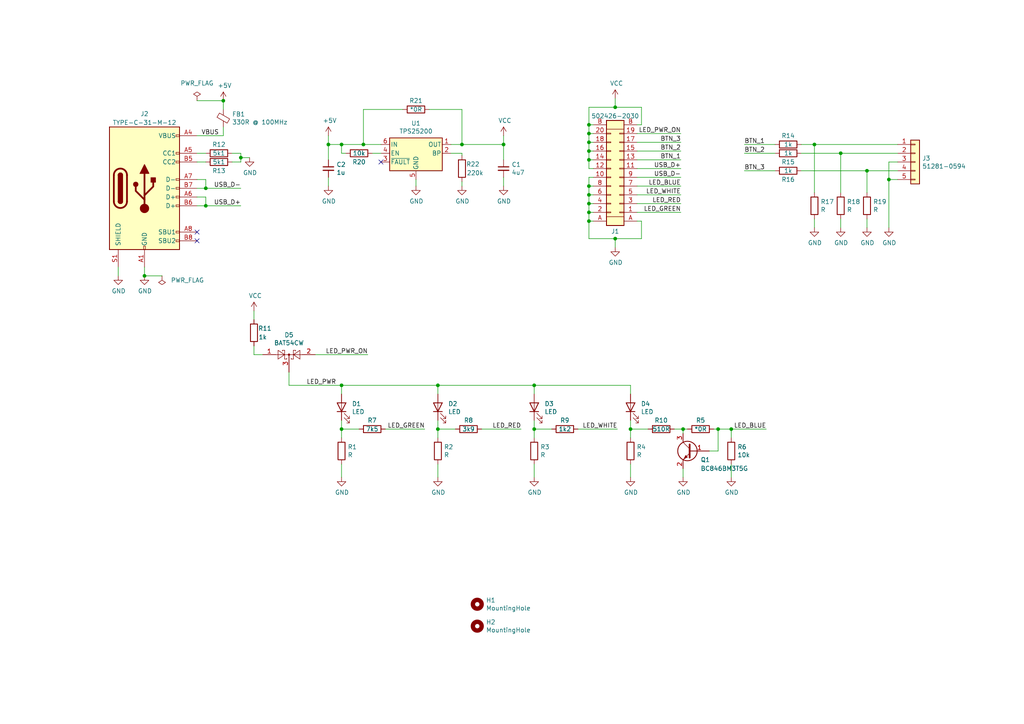
<source format=kicad_sch>
(kicad_sch (version 20210621) (generator eeschema)
  (paper "A4")
  (title_block (title "Bose UBS C connector board") (date "2020-11-08") (rev "Rev 1") (company "jtex.se/bose") (comment 3 "(C) 2020 James Turton") (comment 4 "License: CC-BY-SA 4.0"))
  (lib_symbols
    (symbol "502426-2030:Connector_Generic_Conn_02x10_Odd_Even" (pin_names (offset 1.016) hide)
      (property "Reference" "J1" (at -1.27 -15.6718 0))
      (property "Value" "502426-2030" (at -1.27 17.78 0))
      (symbol "Connector_Generic_Conn_02x10_Odd_Even_0_1"
        (rectangle (start -1.27 -16.51) (end 3.81 -13.97))
        (rectangle (start -1.27 11.43) (end 3.81 13.97))
      )
      (symbol "Connector_Generic_Conn_02x10_Odd_Even_1_1"
        (rectangle (start -1.27 -12.573) (end 0 -12.827) (stroke (width 0.1524)))
        (rectangle (start -1.27 -10.033) (end 0 -10.287) (stroke (width 0.1524)))
        (rectangle (start -1.27 -7.493) (end 0 -7.747) (stroke (width 0.1524)))
        (rectangle (start -1.27 -4.953) (end 0 -5.207) (stroke (width 0.1524)))
        (rectangle (start -1.27 -2.413) (end 0 -2.667) (stroke (width 0.1524)))
        (rectangle (start -1.27 0.127) (end 0 -0.127) (stroke (width 0.1524)))
        (rectangle (start -1.27 2.667) (end 0 2.413) (stroke (width 0.1524)))
        (rectangle (start -1.27 5.207) (end 0 4.953) (stroke (width 0.1524)))
        (rectangle (start -1.27 7.747) (end 0 7.493) (stroke (width 0.1524)))
        (rectangle (start -1.27 10.287) (end 0 10.033) (stroke (width 0.1524)))
        (rectangle (start 3.81 -12.573) (end 2.54 -12.827) (stroke (width 0.1524)))
        (rectangle (start 3.81 -10.033) (end 2.54 -10.287) (stroke (width 0.1524)))
        (rectangle (start 3.81 -7.493) (end 2.54 -7.747) (stroke (width 0.1524)))
        (rectangle (start 3.81 -4.953) (end 2.54 -5.207) (stroke (width 0.1524)))
        (rectangle (start 3.81 -2.413) (end 2.54 -2.667) (stroke (width 0.1524)))
        (rectangle (start 3.81 0.127) (end 2.54 -0.127) (stroke (width 0.1524)))
        (rectangle (start 3.81 2.667) (end 2.54 2.413) (stroke (width 0.1524)))
        (rectangle (start 3.81 5.207) (end 2.54 4.953) (stroke (width 0.1524)))
        (rectangle (start 3.81 7.747) (end 2.54 7.493) (stroke (width 0.1524)))
        (rectangle (start 3.81 10.287) (end 2.54 10.033) (stroke (width 0.1524)))
        (rectangle (start -1.27 13.97) (end 3.81 -16.51) (stroke (width 0.254)) (fill (type background)))
        (pin passive line (at -5.08 10.16 0) (length 3.81) (name "Pin_1") (number "1"))
        (pin passive line (at 7.62 0 180) (length 3.81) (name "Pin_10") (number "10"))
        (pin passive line (at -5.08 -2.54 0) (length 3.81) (name "Pin_11") (number "11"))
        (pin passive line (at 7.62 -2.54 180) (length 3.81) (name "Pin_12") (number "12"))
        (pin passive line (at -5.08 -5.08 0) (length 3.81) (name "Pin_13") (number "13"))
        (pin passive line (at 7.62 -5.08 180) (length 3.81) (name "Pin_14") (number "14"))
        (pin passive line (at -5.08 -7.62 0) (length 3.81) (name "Pin_15") (number "15"))
        (pin passive line (at 7.62 -7.62 180) (length 3.81) (name "Pin_16") (number "16"))
        (pin passive line (at -5.08 -10.16 0) (length 3.81) (name "Pin_17") (number "17"))
        (pin passive line (at 7.62 -10.16 180) (length 3.81) (name "Pin_18") (number "18"))
        (pin passive line (at -5.08 -12.7 0) (length 3.81) (name "Pin_19") (number "19"))
        (pin passive line (at 7.62 10.16 180) (length 3.81) (name "Pin_2") (number "2"))
        (pin passive line (at 7.62 -12.7 180) (length 3.81) (name "Pin_20") (number "20"))
        (pin passive line (at -5.08 7.62 0) (length 3.81) (name "Pin_3") (number "3"))
        (pin passive line (at 7.62 7.62 180) (length 3.81) (name "Pin_4") (number "4"))
        (pin passive line (at -5.08 5.08 0) (length 3.81) (name "Pin_5") (number "5"))
        (pin passive line (at 7.62 5.08 180) (length 3.81) (name "Pin_6") (number "6"))
        (pin passive line (at -5.08 2.54 0) (length 3.81) (name "Pin_7") (number "7"))
        (pin passive line (at 7.62 2.54 180) (length 3.81) (name "Pin_8") (number "8"))
        (pin passive line (at -5.08 0 0) (length 3.81) (name "Pin_9") (number "9"))
        (pin passive line (at -5.08 12.7 0) (length 3.81) (name "Pin_A") (number "A"))
        (pin passive line (at 7.62 12.7 180) (length 3.81) (name "Pin_A") (number "A"))
        (pin passive line (at -5.08 -15.24 0) (length 3.81) (name "Pin_B") (number "B"))
        (pin passive line (at 7.62 -15.24 180) (length 3.81) (name "Pin_B") (number "B"))
      )
    )
    (symbol "Connector:USB_C_Receptacle_USB2.0" (pin_names (offset 1.016))
      (property "Reference" "J" (at -10.16 19.05 0))
      (property "Value" "USB_C_Receptacle_USB2.0" (at 19.05 19.05 0))
      (symbol "USB_C_Receptacle_USB2.0_0_0"
        (rectangle (start -0.254 -17.78) (end 0.254 -16.764))
        (rectangle (start 10.16 -14.986) (end 9.144 -15.494))
        (rectangle (start 10.16 -12.446) (end 9.144 -12.954))
        (rectangle (start 10.16 -4.826) (end 9.144 -5.334))
        (rectangle (start 10.16 -2.286) (end 9.144 -2.794))
        (rectangle (start 10.16 0.254) (end 9.144 -0.254))
        (rectangle (start 10.16 2.794) (end 9.144 2.286))
        (rectangle (start 10.16 7.874) (end 9.144 7.366))
        (rectangle (start 10.16 10.414) (end 9.144 9.906))
        (rectangle (start 10.16 15.494) (end 9.144 14.986))
      )
      (symbol "USB_C_Receptacle_USB2.0_0_1"
        (arc (start -8.89 -3.81) (end -5.08 -3.81) (radius (at -6.985 -3.81) (length 1.905) (angles -179.9 -0.1)) (stroke (width 0.508)))
        (arc (start -7.62 -3.81) (end -6.35 -3.81) (radius (at -6.985 -3.81) (length 0.635) (angles -179.9 -0.1)) (stroke (width 0.254)))
        (arc (start -6.35 3.81) (end -7.62 3.81) (radius (at -6.985 3.81) (length 0.635) (angles 0.1 179.9)) (stroke (width 0.254)))
        (arc (start -5.08 3.81) (end -8.89 3.81) (radius (at -6.985 3.81) (length 1.905) (angles 0.1 179.9)) (stroke (width 0.508)))
        (arc (start -7.62 -3.81) (end -6.35 -3.81) (radius (at -6.985 -3.81) (length 0.635) (angles -179.9 -0.1)) (stroke (width 0.254)) (fill (type outline)))
        (arc (start -6.35 3.81) (end -7.62 3.81) (radius (at -6.985 3.81) (length 0.635) (angles 0.1 179.9)) (stroke (width 0.254)) (fill (type outline)))
        (circle (center -2.54 1.143) (radius 0.635) (stroke (width 0.254)) (fill (type outline)))
        (circle (center 0 -5.842) (radius 1.27) (fill (type outline)))
        (rectangle (start -7.62 -3.81) (end -6.35 3.81) (stroke (width 0.254)) (fill (type outline)))
        (rectangle (start 1.905 1.778) (end 3.175 3.048) (stroke (width 0.254)) (fill (type outline)))
        (rectangle (start -10.16 17.78) (end 10.16 -17.78) (stroke (width 0.254)) (fill (type background)))
        (polyline (pts (xy -8.89 -3.81) (xy -8.89 3.81)) (stroke (width 0.508)))
        (polyline (pts (xy -5.08 3.81) (xy -5.08 -3.81)) (stroke (width 0.508)))
        (polyline (pts (xy 0 -5.842) (xy 0 4.318)) (stroke (width 0.508)))
        (polyline (pts (xy 0 -3.302) (xy -2.54 -0.762) (xy -2.54 0.508)) (stroke (width 0.508)))
        (polyline (pts (xy 0 -2.032) (xy 2.54 0.508) (xy 2.54 1.778)) (stroke (width 0.508)))
        (polyline (pts (xy -1.27 4.318) (xy 0 6.858) (xy 1.27 4.318) (xy -1.27 4.318)) (stroke (width 0.254)) (fill (type outline)))
      )
      (symbol "USB_C_Receptacle_USB2.0_1_1"
        (pin passive line (at 0 -22.86 90) (length 5.08) (name "GND") (number "A1"))
        (pin passive line (at 0 -22.86 90) (length 5.08) hide (name "GND") (number "A12"))
        (pin passive line (at 15.24 15.24 180) (length 5.08) (name "VBUS") (number "A4"))
        (pin bidirectional line (at 15.24 10.16 180) (length 5.08) (name "CC1") (number "A5"))
        (pin bidirectional line (at 15.24 -2.54 180) (length 5.08) (name "D+") (number "A6"))
        (pin bidirectional line (at 15.24 2.54 180) (length 5.08) (name "D-") (number "A7"))
        (pin bidirectional line (at 15.24 -12.7 180) (length 5.08) (name "SBU1") (number "A8"))
        (pin passive line (at 15.24 15.24 180) (length 5.08) hide (name "VBUS") (number "A9"))
        (pin passive line (at 0 -22.86 90) (length 5.08) hide (name "GND") (number "B1"))
        (pin passive line (at 0 -22.86 90) (length 5.08) hide (name "GND") (number "B12"))
        (pin passive line (at 15.24 15.24 180) (length 5.08) hide (name "VBUS") (number "B4"))
        (pin bidirectional line (at 15.24 7.62 180) (length 5.08) (name "CC2") (number "B5"))
        (pin bidirectional line (at 15.24 -5.08 180) (length 5.08) (name "D+") (number "B6"))
        (pin bidirectional line (at 15.24 0 180) (length 5.08) (name "D-") (number "B7"))
        (pin bidirectional line (at 15.24 -15.24 180) (length 5.08) (name "SBU2") (number "B8"))
        (pin passive line (at 15.24 15.24 180) (length 5.08) hide (name "VBUS") (number "B9"))
        (pin passive line (at -7.62 -22.86 90) (length 5.08) (name "SHIELD") (number "S1"))
      )
    )
    (symbol "Connector_Generic:Conn_01x05" (pin_names (offset 1.016) hide)
      (property "Reference" "J" (at 0 7.62 0))
      (property "Value" "Conn_01x05" (at 0 -7.62 0))
      (symbol "Conn_01x05_1_1"
        (rectangle (start -1.27 -4.953) (end 0 -5.207) (stroke (width 0.1524)))
        (rectangle (start -1.27 -2.413) (end 0 -2.667) (stroke (width 0.1524)))
        (rectangle (start -1.27 0.127) (end 0 -0.127) (stroke (width 0.1524)))
        (rectangle (start -1.27 2.667) (end 0 2.413) (stroke (width 0.1524)))
        (rectangle (start -1.27 5.207) (end 0 4.953) (stroke (width 0.1524)))
        (rectangle (start -1.27 6.35) (end 1.27 -6.35) (stroke (width 0.254)) (fill (type background)))
        (pin passive line (at -5.08 5.08 0) (length 3.81) (name "Pin_1") (number "1"))
        (pin passive line (at -5.08 2.54 0) (length 3.81) (name "Pin_2") (number "2"))
        (pin passive line (at -5.08 0 0) (length 3.81) (name "Pin_3") (number "3"))
        (pin passive line (at -5.08 -2.54 0) (length 3.81) (name "Pin_4") (number "4"))
        (pin passive line (at -5.08 -5.08 0) (length 3.81) (name "Pin_5") (number "5"))
      )
    )
    (symbol "Device:C_Small" (pin_numbers hide) (pin_names (offset 0.254) hide)
      (property "Reference" "C" (at 0.254 1.778 0))
      (property "Value" "C_Small" (at 0.254 -2.032 0))
      (symbol "C_Small_0_1"
        (polyline (pts (xy -1.524 -0.508) (xy 1.524 -0.508)) (stroke (width 0.3302)))
        (polyline (pts (xy -1.524 0.508) (xy 1.524 0.508)) (stroke (width 0.3048)))
      )
      (symbol "C_Small_1_1"
        (pin passive line (at 0 2.54 270) (length 2.032) (name "~") (number "1"))
        (pin passive line (at 0 -2.54 90) (length 2.032) (name "~") (number "2"))
      )
    )
    (symbol "Device:FerriteBead_Small" (pin_numbers hide) (pin_names (offset 0))
      (property "Reference" "FB" (at 1.905 1.27 0))
      (property "Value" "FerriteBead_Small" (at 1.905 -1.27 0))
      (symbol "FerriteBead_Small_0_1"
        (polyline (pts (xy 0 -1.27) (xy 0 -0.7874)))
        (polyline (pts (xy 0 0.889) (xy 0 1.2954)))
        (polyline (pts (xy -1.8288 0.2794) (xy -1.1176 1.4986) (xy 1.8288 -0.2032) (xy 1.1176 -1.4224) (xy -1.8288 0.2794)))
      )
      (symbol "FerriteBead_Small_1_1"
        (pin passive line (at 0 2.54 270) (length 1.27) (name "~") (number "1"))
        (pin passive line (at 0 -2.54 90) (length 1.27) (name "~") (number "2"))
      )
    )
    (symbol "Device:LED" (pin_numbers hide) (pin_names (offset 1.016) hide)
      (property "Reference" "D" (at 0 2.54 0))
      (property "Value" "LED" (at 0 -2.54 0))
      (symbol "LED_0_1"
        (polyline (pts (xy -1.27 -1.27) (xy -1.27 1.27)) (stroke (width 0.254)))
        (polyline (pts (xy -1.27 0) (xy 1.27 0)))
        (polyline (pts (xy 1.27 -1.27) (xy 1.27 1.27) (xy -1.27 0) (xy 1.27 -1.27)) (stroke (width 0.254)))
        (polyline (pts (xy -3.048 -0.762) (xy -4.572 -2.286) (xy -3.81 -2.286) (xy -4.572 -2.286) (xy -4.572 -1.524)))
        (polyline (pts (xy -1.778 -0.762) (xy -3.302 -2.286) (xy -2.54 -2.286) (xy -3.302 -2.286) (xy -3.302 -1.524)))
      )
      (symbol "LED_1_1"
        (pin passive line (at -3.81 0 0) (length 2.54) (name "K") (number "1"))
        (pin passive line (at 3.81 0 180) (length 2.54) (name "A") (number "2"))
      )
    )
    (symbol "Device:Q_NPN_BEC" (pin_names (offset 0) hide)
      (property "Reference" "Q" (at 5.08 1.27 0))
      (property "Value" "Q_NPN_BEC" (at 5.08 -1.27 0))
      (symbol "Q_NPN_BEC_0_1"
        (circle (center 1.27 0) (radius 2.8194) (stroke (width 0.254)))
        (polyline (pts (xy 0.635 0.635) (xy 2.54 2.54)))
        (polyline (pts (xy 0.635 -0.635) (xy 2.54 -2.54) (xy 2.54 -2.54)))
        (polyline (pts (xy 0.635 1.905) (xy 0.635 -1.905) (xy 0.635 -1.905)) (stroke (width 0.508)))
        (polyline (pts (xy 1.27 -1.778) (xy 1.778 -1.27) (xy 2.286 -2.286) (xy 1.27 -1.778) (xy 1.27 -1.778)) (fill (type outline)))
      )
      (symbol "Q_NPN_BEC_1_1"
        (pin input line (at -5.08 0 0) (length 5.715) (name "B") (number "1"))
        (pin passive line (at 2.54 -5.08 90) (length 2.54) (name "E") (number "2"))
        (pin passive line (at 2.54 5.08 270) (length 2.54) (name "C") (number "3"))
      )
    )
    (symbol "Device:R" (pin_numbers hide) (pin_names (offset 0))
      (property "Reference" "R" (at 2.032 0 90))
      (property "Value" "R" (at 0 0 90))
      (symbol "R_0_1"
        (rectangle (start -1.016 -2.54) (end 1.016 2.54) (stroke (width 0.254)))
      )
      (symbol "R_1_1"
        (pin passive line (at 0 3.81 270) (length 1.27) (name "~") (number "1"))
        (pin passive line (at 0 -3.81 90) (length 1.27) (name "~") (number "2"))
      )
    )
    (symbol "Diode:BAT54CW" (pin_names (offset 1.016))
      (property "Reference" "D" (at 0.635 -3.81 0))
      (property "Value" "BAT54CW" (at -6.35 3.175 0))
      (symbol "BAT54CW_0_1"
        (circle (center 0 0) (radius 0.254) (fill (type outline)))
        (polyline (pts (xy -1.905 0) (xy 1.905 0)))
        (polyline (pts (xy -1.905 1.27) (xy -1.905 1.016)))
        (polyline (pts (xy -1.27 -1.27) (xy -0.635 -1.27)))
        (polyline (pts (xy -1.27 0) (xy -3.81 0)))
        (polyline (pts (xy -1.27 1.27) (xy -1.905 1.27)))
        (polyline (pts (xy -1.27 1.27) (xy -1.27 -1.27)))
        (polyline (pts (xy -0.635 -1.27) (xy -0.635 -1.016)))
        (polyline (pts (xy 0.635 -1.27) (xy 0.635 -1.016)))
        (polyline (pts (xy 1.27 -1.27) (xy 0.635 -1.27)))
        (polyline (pts (xy 1.27 1.27) (xy 1.27 -1.27)))
        (polyline (pts (xy 1.27 1.27) (xy 1.905 1.27)))
        (polyline (pts (xy 1.905 1.27) (xy 1.905 1.016)))
        (polyline (pts (xy 3.81 0) (xy 1.27 0)))
        (polyline (pts (xy -3.175 -1.27) (xy -3.175 1.27) (xy -1.27 0) (xy -3.175 -1.27)))
        (polyline (pts (xy 3.175 -1.27) (xy 3.175 1.27) (xy 1.27 0) (xy 3.175 -1.27)))
      )
      (symbol "BAT54CW_1_1"
        (pin passive line (at -7.62 0 0) (length 3.81) (name "~") (number "1"))
        (pin passive line (at 7.62 0 180) (length 3.81) (name "~") (number "2"))
        (pin passive line (at 0 -5.08 90) (length 5.08) (name "~") (number "3"))
      )
    )
    (symbol "Mechanical:MountingHole" (pin_names (offset 1.016))
      (property "Reference" "H" (at 0 5.08 0))
      (property "Value" "MountingHole" (at 0 3.175 0))
      (symbol "MountingHole_0_1"
        (circle (center 0 0) (radius 1.27) (stroke (width 1.27)))
      )
    )
    (symbol "TPS25200:Regulator_Linear_LDK130PU33R_DFN6" (pin_names (offset 0.254))
      (property "Reference" "U1" (at 0 8.6868 0))
      (property "Value" "TPS25200" (at 0 6.3754 0))
      (symbol "Regulator_Linear_LDK130PU33R_DFN6_0_1"
        (rectangle (start -7.62 4.445) (end 7.62 -5.08) (stroke (width 0.254)) (fill (type background)))
      )
      (symbol "Regulator_Linear_LDK130PU33R_DFN6_1_1"
        (pin power_out line (at 10.16 2.54 180) (length 2.54) (name "OUT") (number "1"))
        (pin passive line (at 10.16 0 180) (length 2.54) (name "BP") (number "2"))
        (pin output line (at -10.16 -2.54 0) (length 2.54) (name "~{FAULT}") (number "3"))
        (pin input line (at -10.16 0 0) (length 2.54) (name "EN") (number "4"))
        (pin power_in line (at 0 -7.62 90) (length 2.54) (name "GND") (number "5"))
        (pin power_in line (at -10.16 2.54 0) (length 2.54) (name "IN") (number "6"))
        (pin power_in line (at 0 -7.62 90) (length 2.54) hide (name "GND") (number "7"))
      )
    )
    (symbol "power:+5V" (power) (pin_names (offset 0))
      (property "Value" "+5V" (at 0 3.556 0))
      (symbol "+5V_0_1"
        (polyline (pts (xy -0.762 1.27) (xy 0 2.54)))
        (polyline (pts (xy 0 0) (xy 0 2.54)))
        (polyline (pts (xy 0 2.54) (xy 0.762 1.27)))
      )
      (symbol "+5V_1_1"
        (pin power_in line (at 0 0 90) (length 0) hide (name "+5V") (number "1"))
      )
    )
    (symbol "power:GND" (power) (pin_names (offset 0))
      (property "Value" "GND" (at 0 -3.81 0))
      (symbol "GND_0_1"
        (polyline (pts (xy 0 0) (xy 0 -1.27) (xy 1.27 -1.27) (xy 0 -2.54) (xy -1.27 -1.27) (xy 0 -1.27)))
      )
      (symbol "GND_1_1"
        (pin power_in line (at 0 0 270) (length 0) hide (name "GND") (number "1"))
      )
    )
    (symbol "power:PWR_FLAG" (power) (pin_numbers hide) (pin_names (offset 0) hide)
      (property "Value" "PWR_FLAG" (at 0 3.81 0))
      (symbol "PWR_FLAG_0_0"
        (pin power_out line (at 0 0 90) (length 0) (name "pwr") (number "1"))
      )
      (symbol "PWR_FLAG_0_1"
        (polyline (pts (xy 0 0) (xy 0 1.27) (xy -1.016 1.905) (xy 0 2.54) (xy 1.016 1.905) (xy 0 1.27)))
      )
    )
    (symbol "power:VCC" (power) (pin_names (offset 0))
      (property "Value" "VCC" (at 0 3.81 0))
      (symbol "VCC_0_1"
        (polyline (pts (xy -0.762 1.27) (xy 0 2.54)))
        (polyline (pts (xy 0 0) (xy 0 2.54)))
        (polyline (pts (xy 0 2.54) (xy 0.762 1.27)))
      )
      (symbol "VCC_1_1"
        (pin power_in line (at 0 0 90) (length 0) hide (name "VCC") (number "1"))
      )
    )
  )
  (junction (at 41.91 80.01))
  (junction (at 59.69 54.61))
  (junction (at 59.69 59.69))
  (junction (at 64.77 29.21))
  (junction (at 69.85 45.72))
  (junction (at 95.25 41.91))
  (junction (at 99.06 41.91))
  (junction (at 99.06 111.76))
  (junction (at 99.06 124.46))
  (junction (at 105.41 41.91))
  (junction (at 127 111.76))
  (junction (at 127 124.46))
  (junction (at 133.985 41.91))
  (junction (at 146.05 41.91))
  (junction (at 154.94 111.76))
  (junction (at 154.94 124.46))
  (junction (at 170.815 36.195))
  (junction (at 170.815 38.735))
  (junction (at 170.815 41.275))
  (junction (at 170.815 43.815))
  (junction (at 170.815 46.355))
  (junction (at 170.815 53.975))
  (junction (at 170.815 56.515))
  (junction (at 170.815 59.055))
  (junction (at 170.815 61.595))
  (junction (at 170.815 64.135))
  (junction (at 178.435 31.115))
  (junction (at 178.435 69.215))
  (junction (at 182.88 124.46))
  (junction (at 198.12 124.46))
  (junction (at 208.28 124.46))
  (junction (at 212.09 124.46))
  (junction (at 236.22 41.91))
  (junction (at 243.84 44.45))
  (junction (at 251.46 49.53))
  (junction (at 257.81 52.07))
  (no_connect (at 57.15 67.31))
  (no_connect (at 57.15 69.85))
  (no_connect (at 110.49 46.99))
  (wire (pts (xy 34.29 80.01) (xy 34.29 77.47)))
  (wire (pts (xy 41.91 80.01) (xy 41.91 77.47)))
  (wire (pts (xy 41.91 80.01) (xy 46.99 80.01)))
  (wire (pts (xy 57.15 29.21) (xy 64.77 29.21)))
  (wire (pts (xy 57.15 39.37) (xy 64.77 39.37)))
  (wire (pts (xy 57.15 44.45) (xy 59.69 44.45)))
  (wire (pts (xy 57.15 46.99) (xy 59.69 46.99)))
  (wire (pts (xy 57.15 52.07) (xy 59.69 52.07)))
  (wire (pts (xy 57.15 59.69) (xy 59.69 59.69)))
  (wire (pts (xy 59.69 52.07) (xy 59.69 54.61)))
  (wire (pts (xy 59.69 54.61) (xy 57.15 54.61)))
  (wire (pts (xy 59.69 54.61) (xy 69.85 54.61)))
  (wire (pts (xy 59.69 57.15) (xy 57.15 57.15)))
  (wire (pts (xy 59.69 59.69) (xy 59.69 57.15)))
  (wire (pts (xy 59.69 59.69) (xy 69.85 59.69)))
  (wire (pts (xy 64.77 31.75) (xy 64.77 29.21)))
  (wire (pts (xy 64.77 39.37) (xy 64.77 36.83)))
  (wire (pts (xy 67.31 44.45) (xy 69.85 44.45)))
  (wire (pts (xy 67.31 46.99) (xy 69.85 46.99)))
  (wire (pts (xy 69.85 44.45) (xy 69.85 45.72)))
  (wire (pts (xy 69.85 45.72) (xy 72.39 45.72)))
  (wire (pts (xy 69.85 46.99) (xy 69.85 45.72)))
  (wire (pts (xy 73.66 92.71) (xy 73.66 90.17)))
  (wire (pts (xy 73.66 100.33) (xy 73.66 102.87)))
  (wire (pts (xy 73.66 102.87) (xy 76.2 102.87)))
  (wire (pts (xy 83.82 107.95) (xy 83.82 111.76)))
  (wire (pts (xy 83.82 111.76) (xy 99.06 111.76)))
  (wire (pts (xy 91.44 102.87) (xy 106.68 102.87)))
  (wire (pts (xy 95.25 41.91) (xy 95.25 39.37)))
  (wire (pts (xy 95.25 41.91) (xy 95.25 46.355)))
  (wire (pts (xy 95.25 41.91) (xy 99.06 41.91)))
  (wire (pts (xy 95.25 53.975) (xy 95.25 51.435)))
  (wire (pts (xy 99.06 41.91) (xy 105.41 41.91)))
  (wire (pts (xy 99.06 44.45) (xy 99.06 41.91)))
  (wire (pts (xy 99.06 114.3) (xy 99.06 111.76)))
  (wire (pts (xy 99.06 121.92) (xy 99.06 124.46)))
  (wire (pts (xy 99.06 124.46) (xy 99.06 127)))
  (wire (pts (xy 99.06 138.43) (xy 99.06 134.62)))
  (wire (pts (xy 100.33 44.45) (xy 99.06 44.45)))
  (wire (pts (xy 104.14 124.46) (xy 99.06 124.46)))
  (wire (pts (xy 105.41 31.75) (xy 105.41 41.91)))
  (wire (pts (xy 105.41 41.91) (xy 110.49 41.91)))
  (wire (pts (xy 110.49 44.45) (xy 107.95 44.45)))
  (wire (pts (xy 111.76 124.46) (xy 123.19 124.46)))
  (wire (pts (xy 116.84 31.75) (xy 105.41 31.75)))
  (wire (pts (xy 120.65 53.975) (xy 120.65 52.07)))
  (wire (pts (xy 124.46 31.75) (xy 133.985 31.75)))
  (wire (pts (xy 127 111.76) (xy 99.06 111.76)))
  (wire (pts (xy 127 114.3) (xy 127 111.76)))
  (wire (pts (xy 127 121.92) (xy 127 124.46)))
  (wire (pts (xy 127 124.46) (xy 127 127)))
  (wire (pts (xy 127 138.43) (xy 127 134.62)))
  (wire (pts (xy 130.81 41.91) (xy 133.985 41.91)))
  (wire (pts (xy 130.81 44.45) (xy 133.985 44.45)))
  (wire (pts (xy 132.08 124.46) (xy 127 124.46)))
  (wire (pts (xy 133.985 31.75) (xy 133.985 41.91)))
  (wire (pts (xy 133.985 41.91) (xy 146.05 41.91)))
  (wire (pts (xy 133.985 45.085) (xy 133.985 44.45)))
  (wire (pts (xy 133.985 53.975) (xy 133.985 52.705)))
  (wire (pts (xy 139.7 124.46) (xy 151.13 124.46)))
  (wire (pts (xy 146.05 41.91) (xy 146.05 39.37)))
  (wire (pts (xy 146.05 41.91) (xy 146.05 46.355)))
  (wire (pts (xy 146.05 53.975) (xy 146.05 51.435)))
  (wire (pts (xy 154.94 111.76) (xy 127 111.76)))
  (wire (pts (xy 154.94 114.3) (xy 154.94 111.76)))
  (wire (pts (xy 154.94 121.92) (xy 154.94 124.46)))
  (wire (pts (xy 154.94 124.46) (xy 154.94 127)))
  (wire (pts (xy 154.94 138.43) (xy 154.94 134.62)))
  (wire (pts (xy 160.02 124.46) (xy 154.94 124.46)))
  (wire (pts (xy 167.64 124.46) (xy 179.07 124.46)))
  (wire (pts (xy 170.815 36.195) (xy 170.815 31.115)))
  (wire (pts (xy 170.815 36.195) (xy 170.815 38.735)))
  (wire (pts (xy 170.815 36.195) (xy 172.085 36.195)))
  (wire (pts (xy 170.815 38.735) (xy 170.815 41.275)))
  (wire (pts (xy 170.815 41.275) (xy 170.815 43.815)))
  (wire (pts (xy 170.815 43.815) (xy 170.815 46.355)))
  (wire (pts (xy 170.815 46.355) (xy 170.815 48.895)))
  (wire (pts (xy 170.815 48.895) (xy 172.085 48.895)))
  (wire (pts (xy 170.815 51.435) (xy 170.815 53.975)))
  (wire (pts (xy 170.815 53.975) (xy 170.815 56.515)))
  (wire (pts (xy 170.815 56.515) (xy 170.815 59.055)))
  (wire (pts (xy 170.815 59.055) (xy 170.815 61.595)))
  (wire (pts (xy 170.815 61.595) (xy 170.815 64.135)))
  (wire (pts (xy 170.815 64.135) (xy 172.085 64.135)))
  (wire (pts (xy 170.815 69.215) (xy 170.815 64.135)))
  (wire (pts (xy 172.085 38.735) (xy 170.815 38.735)))
  (wire (pts (xy 172.085 41.275) (xy 170.815 41.275)))
  (wire (pts (xy 172.085 43.815) (xy 170.815 43.815)))
  (wire (pts (xy 172.085 46.355) (xy 170.815 46.355)))
  (wire (pts (xy 172.085 51.435) (xy 170.815 51.435)))
  (wire (pts (xy 172.085 53.975) (xy 170.815 53.975)))
  (wire (pts (xy 172.085 56.515) (xy 170.815 56.515)))
  (wire (pts (xy 172.085 59.055) (xy 170.815 59.055)))
  (wire (pts (xy 172.085 61.595) (xy 170.815 61.595)))
  (wire (pts (xy 178.435 31.115) (xy 170.815 31.115)))
  (wire (pts (xy 178.435 31.115) (xy 178.435 28.575)))
  (wire (pts (xy 178.435 69.215) (xy 170.815 69.215)))
  (wire (pts (xy 178.435 69.215) (xy 178.435 71.755)))
  (wire (pts (xy 182.88 111.76) (xy 154.94 111.76)))
  (wire (pts (xy 182.88 114.3) (xy 182.88 111.76)))
  (wire (pts (xy 182.88 121.92) (xy 182.88 124.46)))
  (wire (pts (xy 182.88 124.46) (xy 182.88 127)))
  (wire (pts (xy 182.88 134.62) (xy 182.88 138.43)))
  (wire (pts (xy 184.785 36.195) (xy 186.055 36.195)))
  (wire (pts (xy 184.785 38.735) (xy 197.485 38.735)))
  (wire (pts (xy 184.785 41.275) (xy 197.485 41.275)))
  (wire (pts (xy 184.785 43.815) (xy 197.485 43.815)))
  (wire (pts (xy 184.785 46.355) (xy 197.485 46.355)))
  (wire (pts (xy 184.785 48.895) (xy 197.485 48.895)))
  (wire (pts (xy 184.785 51.435) (xy 197.485 51.435)))
  (wire (pts (xy 184.785 64.135) (xy 186.055 64.135)))
  (wire (pts (xy 186.055 31.115) (xy 178.435 31.115)))
  (wire (pts (xy 186.055 36.195) (xy 186.055 31.115)))
  (wire (pts (xy 186.055 69.215) (xy 178.435 69.215)))
  (wire (pts (xy 186.055 69.215) (xy 186.055 64.135)))
  (wire (pts (xy 187.96 124.46) (xy 182.88 124.46)))
  (wire (pts (xy 195.58 124.46) (xy 198.12 124.46)))
  (wire (pts (xy 197.485 53.975) (xy 184.785 53.975)))
  (wire (pts (xy 197.485 56.515) (xy 184.785 56.515)))
  (wire (pts (xy 197.485 59.055) (xy 184.785 59.055)))
  (wire (pts (xy 197.485 61.595) (xy 184.785 61.595)))
  (wire (pts (xy 198.12 124.46) (xy 198.12 125.73)))
  (wire (pts (xy 198.12 124.46) (xy 199.39 124.46)))
  (wire (pts (xy 198.12 135.89) (xy 198.12 138.43)))
  (wire (pts (xy 205.74 130.81) (xy 208.28 130.81)))
  (wire (pts (xy 208.28 124.46) (xy 207.01 124.46)))
  (wire (pts (xy 208.28 130.81) (xy 208.28 124.46)))
  (wire (pts (xy 212.09 124.46) (xy 208.28 124.46)))
  (wire (pts (xy 212.09 124.46) (xy 222.25 124.46)))
  (wire (pts (xy 212.09 127) (xy 212.09 124.46)))
  (wire (pts (xy 212.09 138.43) (xy 212.09 134.62)))
  (wire (pts (xy 224.79 41.91) (xy 215.9 41.91)))
  (wire (pts (xy 224.79 44.45) (xy 215.9 44.45)))
  (wire (pts (xy 224.79 49.53) (xy 215.9 49.53)))
  (wire (pts (xy 232.41 44.45) (xy 243.84 44.45)))
  (wire (pts (xy 232.41 49.53) (xy 251.46 49.53)))
  (wire (pts (xy 236.22 41.91) (xy 232.41 41.91)))
  (wire (pts (xy 236.22 41.91) (xy 260.35 41.91)))
  (wire (pts (xy 236.22 55.88) (xy 236.22 41.91)))
  (wire (pts (xy 236.22 66.04) (xy 236.22 63.5)))
  (wire (pts (xy 243.84 44.45) (xy 260.35 44.45)))
  (wire (pts (xy 243.84 55.88) (xy 243.84 44.45)))
  (wire (pts (xy 243.84 66.04) (xy 243.84 63.5)))
  (wire (pts (xy 251.46 49.53) (xy 260.35 49.53)))
  (wire (pts (xy 251.46 55.88) (xy 251.46 49.53)))
  (wire (pts (xy 251.46 66.04) (xy 251.46 63.5)))
  (wire (pts (xy 257.81 46.99) (xy 257.81 52.07)))
  (wire (pts (xy 257.81 52.07) (xy 260.35 52.07)))
  (wire (pts (xy 257.81 66.04) (xy 257.81 52.07)))
  (wire (pts (xy 260.35 46.99) (xy 257.81 46.99)))
  (label "VBUS" (at 63.5 39.37 180))
  (label "USB_D-" (at 69.85 54.61 180))
  (label "USB_D+" (at 69.85 59.69 180))
  (label "LED_PWR" (at 88.9 111.76 0))
  (label "LED_PWR_ON" (at 106.68 102.87 180))
  (label "LED_GREEN" (at 123.19 124.46 180))
  (label "LED_RED" (at 151.13 124.46 180))
  (label "LED_WHITE" (at 179.07 124.46 180))
  (label "LED_PWR_ON" (at 197.485 38.735 180))
  (label "BTN_3" (at 197.485 41.275 180))
  (label "BTN_2" (at 197.485 43.815 180))
  (label "BTN_1" (at 197.485 46.355 180))
  (label "USB_D+" (at 197.485 48.895 180))
  (label "USB_D-" (at 197.485 51.435 180))
  (label "LED_BLUE" (at 197.485 53.975 180))
  (label "LED_WHITE" (at 197.485 56.515 180))
  (label "LED_RED" (at 197.485 59.055 180))
  (label "LED_GREEN" (at 197.485 61.595 180))
  (label "BTN_1" (at 215.9 41.91 0))
  (label "BTN_2" (at 215.9 44.45 0))
  (label "BTN_3" (at 215.9 49.53 0))
  (label "LED_BLUE" (at 222.25 124.46 180))
  (symbol (lib_id "power:+5V") (at 64.77 29.21 0) (unit 1)
    (property "Reference" "#PWR011" (effects hide))
    (property "Value" "+5V" (at 65.151 24.8158 0))
  )
  (symbol (lib_id "power:VCC") (at 73.66 90.17 0) (unit 1)
    (property "Reference" "#PWR0101" (effects hide))
    (property "Value" "VCC" (at 74.041 85.7758 0))
  )
  (symbol (lib_id "power:+5V") (at 95.25 39.37 0) (unit 1)
    (property "Reference" "#PWR018" (effects hide))
    (property "Value" "+5V" (at 95.631 34.9758 0))
  )
  (symbol (lib_id "power:VCC") (at 146.05 39.37 0) (unit 1)
    (property "Reference" "#PWR022" (effects hide))
    (property "Value" "VCC" (at 146.431 34.9758 0))
  )
  (symbol (lib_id "power:VCC") (at 178.435 28.575 0) (unit 1)
    (property "Reference" "#PWR08" (effects hide))
    (property "Value" "VCC" (at 178.816 24.1808 0))
  )
  (symbol (lib_id "power:PWR_FLAG") (at 46.99 80.01 180) (unit 1)
    (property "Reference" "#FLG0102" (effects hide))
    (property "Value" "PWR_FLAG" (at 49.53 81.2799 0) (effects (justify right)))
  )
  (symbol (lib_id "power:PWR_FLAG") (at 57.15 29.21 0) (unit 1)
    (property "Reference" "#FLG0101" (effects hide))
    (property "Value" "PWR_FLAG" (at 57.15 24.13 0))
  )
  (symbol (lib_id "power:GND") (at 34.29 80.01 0) (unit 1)
    (property "Reference" "#PWR01" (effects hide))
    (property "Value" "GND" (at 34.417 84.4042 0))
  )
  (symbol (lib_id "power:GND") (at 41.91 80.01 0) (unit 1)
    (property "Reference" "#PWR02" (effects hide))
    (property "Value" "GND" (at 42.037 84.4042 0))
  )
  (symbol (lib_id "power:GND") (at 72.39 45.72 0) (unit 1)
    (property "Reference" "#PWR012" (effects hide))
    (property "Value" "GND" (at 72.517 50.1142 0))
  )
  (symbol (lib_id "power:GND") (at 95.25 53.975 0) (unit 1)
    (property "Reference" "#PWR019" (effects hide))
    (property "Value" "GND" (at 95.377 58.3692 0))
  )
  (symbol (lib_id "power:GND") (at 99.06 138.43 0) (unit 1)
    (property "Reference" "#PWR03" (effects hide))
    (property "Value" "GND" (at 99.187 142.8242 0))
  )
  (symbol (lib_id "power:GND") (at 120.65 53.975 0) (unit 1)
    (property "Reference" "#PWR020" (effects hide))
    (property "Value" "GND" (at 120.777 58.3692 0))
  )
  (symbol (lib_id "power:GND") (at 127 138.43 0) (unit 1)
    (property "Reference" "#PWR04" (effects hide))
    (property "Value" "GND" (at 127.127 142.8242 0))
  )
  (symbol (lib_id "power:GND") (at 133.985 53.975 0) (unit 1)
    (property "Reference" "#PWR021" (effects hide))
    (property "Value" "GND" (at 134.112 58.3692 0))
  )
  (symbol (lib_id "power:GND") (at 146.05 53.975 0) (unit 1)
    (property "Reference" "#PWR013" (effects hide))
    (property "Value" "GND" (at 146.177 58.3692 0))
  )
  (symbol (lib_id "power:GND") (at 154.94 138.43 0) (unit 1)
    (property "Reference" "#PWR05" (effects hide))
    (property "Value" "GND" (at 155.067 142.8242 0))
  )
  (symbol (lib_id "power:GND") (at 178.435 71.755 0) (unit 1)
    (property "Reference" "#PWR07" (effects hide))
    (property "Value" "GND" (at 178.562 76.1492 0))
  )
  (symbol (lib_id "power:GND") (at 182.88 138.43 0) (unit 1)
    (property "Reference" "#PWR06" (effects hide))
    (property "Value" "GND" (at 183.007 142.8242 0))
  )
  (symbol (lib_id "power:GND") (at 198.12 138.43 0) (unit 1)
    (property "Reference" "#PWR09" (effects hide))
    (property "Value" "GND" (at 198.247 142.8242 0))
  )
  (symbol (lib_id "power:GND") (at 212.09 138.43 0) (unit 1)
    (property "Reference" "#PWR010" (effects hide))
    (property "Value" "GND" (at 212.217 142.8242 0))
  )
  (symbol (lib_id "power:GND") (at 236.22 66.04 0) (unit 1)
    (property "Reference" "#PWR014" (effects hide))
    (property "Value" "GND" (at 236.347 70.4342 0))
  )
  (symbol (lib_id "power:GND") (at 243.84 66.04 0) (unit 1)
    (property "Reference" "#PWR015" (effects hide))
    (property "Value" "GND" (at 243.967 70.4342 0))
  )
  (symbol (lib_id "power:GND") (at 251.46 66.04 0) (unit 1)
    (property "Reference" "#PWR016" (effects hide))
    (property "Value" "GND" (at 251.587 70.4342 0))
  )
  (symbol (lib_id "power:GND") (at 257.81 66.04 0) (unit 1)
    (property "Reference" "#PWR017" (effects hide))
    (property "Value" "GND" (at 257.937 70.4342 0))
  )
  (symbol (lib_id "Mechanical:MountingHole") (at 138.43 175.26 0) (unit 1)
    (property "Reference" "H1" (at 140.97 174.0916 0) (effects (justify left)))
    (property "Value" "MountingHole" (at 140.97 176.403 0) (effects (justify left)))
    (property "Footprint" "MountingHole:MountingHole_2.1mm" (effects hide))
  )
  (symbol (lib_id "Mechanical:MountingHole") (at 138.43 181.61 0) (unit 1)
    (property "Reference" "H2" (at 140.97 180.4416 0) (effects (justify left)))
    (property "Value" "MountingHole" (at 140.97 182.753 0) (effects (justify left)))
    (property "Footprint" "MountingHole:MountingHole_2.1mm" (effects hide))
  )
  (symbol (lib_id "Device:C_Small") (at 95.25 48.895 0) (unit 1)
    (property "Reference" "C2" (at 97.5868 47.7266 0) (effects (justify left)))
    (property "Value" "1u" (at 97.5868 50.038 0) (effects (justify left)))
    (property "Footprint" "Capacitor_SMD:C_0402_1005Metric" (effects hide))
  )
  (symbol (lib_id "Device:C_Small") (at 146.05 48.895 0) (unit 1)
    (property "Reference" "C1" (at 148.3868 47.7266 0) (effects (justify left)))
    (property "Value" "4u7" (at 148.3868 50.038 0) (effects (justify left)))
    (property "Footprint" "Capacitor_SMD:C_0402_1005Metric" (effects hide))
  )
  (symbol (lib_id "Device:R") (at 63.5 44.45 270) (unit 1)
    (property "Reference" "R12" (at 63.5 41.91 90))
    (property "Value" "5k1" (at 63.5 44.45 90))
    (property "Footprint" "Resistor_SMD:R_0402_1005Metric" (effects hide))
  )
  (symbol (lib_id "Device:R") (at 63.5 46.99 270) (unit 1)
    (property "Reference" "R13" (at 63.5 49.53 90))
    (property "Value" "5k1" (at 63.5 46.99 90))
    (property "Footprint" "Resistor_SMD:R_0402_1005Metric" (effects hide))
  )
  (symbol (lib_id "Device:R") (at 73.66 96.52 0) (unit 1)
    (property "Reference" "R11" (at 76.835 95.25 0))
    (property "Value" "1k" (at 76.2 97.79 0))
    (property "Footprint" "Resistor_SMD:R_0402_1005Metric" (effects hide))
  )
  (symbol (lib_id "Device:R") (at 99.06 130.81 0) (unit 1)
    (property "Reference" "R1" (at 100.838 129.6416 0) (effects (justify left)))
    (property "Value" "R" (at 100.838 131.953 0) (effects (justify left)))
    (property "Footprint" "Resistor_SMD:R_0402_1005Metric" (effects hide))
  )
  (symbol (lib_id "Device:R") (at 104.14 44.45 270) (unit 1)
    (property "Reference" "R20" (at 104.14 46.99 90))
    (property "Value" "10k" (at 104.14 44.45 90))
    (property "Footprint" "Resistor_SMD:R_0402_1005Metric" (effects hide))
  )
  (symbol (lib_id "Device:R") (at 107.95 124.46 90) (unit 1)
    (property "Reference" "R7" (at 107.95 121.92 90))
    (property "Value" "7k5" (at 107.95 124.46 90))
    (property "Footprint" "Resistor_SMD:R_0402_1005Metric" (effects hide))
  )
  (symbol (lib_id "Device:R") (at 120.65 31.75 270) (unit 1)
    (property "Reference" "R21" (at 120.65 29.21 90))
    (property "Value" "*0R" (at 120.65 31.75 90))
    (property "Footprint" "Resistor_SMD:R_0402_1005Metric" (effects hide))
  )
  (symbol (lib_id "Device:R") (at 127 130.81 0) (unit 1)
    (property "Reference" "R2" (at 128.778 129.6416 0) (effects (justify left)))
    (property "Value" "R" (at 128.778 131.953 0) (effects (justify left)))
    (property "Footprint" "Resistor_SMD:R_0402_1005Metric" (effects hide))
  )
  (symbol (lib_id "Device:R") (at 133.985 48.895 0) (unit 1)
    (property "Reference" "R22" (at 137.16 47.625 0))
    (property "Value" "220k" (at 137.795 50.165 0))
    (property "Footprint" "Resistor_SMD:R_0402_1005Metric" (effects hide))
  )
  (symbol (lib_id "Device:R") (at 135.89 124.46 90) (unit 1)
    (property "Reference" "R8" (at 135.89 121.92 90))
    (property "Value" "3k9" (at 135.89 124.46 90))
    (property "Footprint" "Resistor_SMD:R_0402_1005Metric" (effects hide))
  )
  (symbol (lib_id "Device:R") (at 154.94 130.81 0) (unit 1)
    (property "Reference" "R3" (at 156.718 129.6416 0) (effects (justify left)))
    (property "Value" "R" (at 156.718 131.953 0) (effects (justify left)))
    (property "Footprint" "Resistor_SMD:R_0402_1005Metric" (effects hide))
  )
  (symbol (lib_id "Device:R") (at 163.83 124.46 90) (unit 1)
    (property "Reference" "R9" (at 163.83 121.92 90))
    (property "Value" "1k2" (at 163.83 124.46 90))
    (property "Footprint" "Resistor_SMD:R_0402_1005Metric" (effects hide))
  )
  (symbol (lib_id "Device:R") (at 182.88 130.81 0) (unit 1)
    (property "Reference" "R4" (at 184.658 129.6416 0) (effects (justify left)))
    (property "Value" "R" (at 184.658 131.953 0) (effects (justify left)))
    (property "Footprint" "Resistor_SMD:R_0402_1005Metric" (effects hide))
  )
  (symbol (lib_id "Device:R") (at 191.77 124.46 90) (unit 1)
    (property "Reference" "R10" (at 191.77 121.92 90))
    (property "Value" "510R" (at 191.77 124.46 90))
    (property "Footprint" "Resistor_SMD:R_0402_1005Metric" (effects hide))
  )
  (symbol (lib_id "Device:R") (at 203.2 124.46 90) (unit 1)
    (property "Reference" "R5" (at 203.2 121.92 90))
    (property "Value" "*0R" (at 203.2 124.46 90))
    (property "Footprint" "Resistor_SMD:R_0402_1005Metric" (effects hide))
  )
  (symbol (lib_id "Device:R") (at 212.09 130.81 0) (unit 1)
    (property "Reference" "R6" (at 213.868 129.6416 0) (effects (justify left)))
    (property "Value" "10k" (at 213.868 131.953 0) (effects (justify left)))
    (property "Footprint" "Resistor_SMD:R_0402_1005Metric" (effects hide))
  )
  (symbol (lib_id "Device:R") (at 228.6 41.91 270) (unit 1)
    (property "Reference" "R14" (at 228.6 39.37 90))
    (property "Value" "1k" (at 228.6 41.91 90))
    (property "Footprint" "Resistor_SMD:R_0402_1005Metric" (effects hide))
  )
  (symbol (lib_id "Device:R") (at 228.6 44.45 270) (unit 1)
    (property "Reference" "R15" (at 228.6 46.99 90))
    (property "Value" "1k" (at 228.6 44.45 90))
    (property "Footprint" "Resistor_SMD:R_0402_1005Metric" (effects hide))
  )
  (symbol (lib_id "Device:R") (at 228.6 49.53 270) (unit 1)
    (property "Reference" "R16" (at 228.6 52.07 90))
    (property "Value" "1k" (at 228.6 49.53 90))
    (property "Footprint" "Resistor_SMD:R_0402_1005Metric" (effects hide))
  )
  (symbol (lib_id "Device:R") (at 236.22 59.69 0) (unit 1)
    (property "Reference" "R17" (at 237.998 58.5216 0) (effects (justify left)))
    (property "Value" "R" (at 237.998 60.833 0) (effects (justify left)))
    (property "Footprint" "Resistor_SMD:R_0402_1005Metric" (effects hide))
  )
  (symbol (lib_id "Device:R") (at 243.84 59.69 0) (unit 1)
    (property "Reference" "R18" (at 245.618 58.5216 0) (effects (justify left)))
    (property "Value" "R" (at 245.618 60.833 0) (effects (justify left)))
    (property "Footprint" "Resistor_SMD:R_0402_1005Metric" (effects hide))
  )
  (symbol (lib_id "Device:R") (at 251.46 59.69 0) (unit 1)
    (property "Reference" "R19" (at 253.238 58.5216 0) (effects (justify left)))
    (property "Value" "R" (at 253.238 60.833 0) (effects (justify left)))
    (property "Footprint" "Resistor_SMD:R_0402_1005Metric" (effects hide))
  )
  (symbol (lib_id "Device:FerriteBead_Small") (at 64.77 34.29 0) (unit 1)
    (property "Reference" "FB1" (at 67.31 33.1216 0) (effects (justify left)))
    (property "Value" "330R @ 100MHz" (at 67.31 35.433 0) (effects (justify left)))
    (property "Footprint" "Fuse:Fuse_0402_1005Metric" (effects hide))
  )
  (symbol (lib_id "Device:LED") (at 99.06 118.11 90) (unit 1)
    (property "Reference" "D1" (at 102.0572 117.1194 90) (effects (justify right)))
    (property "Value" "LED" (at 102.0572 119.4308 90) (effects (justify right)))
    (property "Footprint" "LED_SMD:LED_0603_1608Metric" (effects hide))
  )
  (symbol (lib_id "Device:LED") (at 127 118.11 90) (unit 1)
    (property "Reference" "D2" (at 129.9972 117.1194 90) (effects (justify right)))
    (property "Value" "LED" (at 129.9972 119.4308 90) (effects (justify right)))
    (property "Footprint" "LED_SMD:LED_0603_1608Metric" (effects hide))
  )
  (symbol (lib_id "Device:LED") (at 154.94 118.11 90) (unit 1)
    (property "Reference" "D3" (at 157.9372 117.1194 90) (effects (justify right)))
    (property "Value" "LED" (at 157.9372 119.4308 90) (effects (justify right)))
    (property "Footprint" "LED_SMD:LED_0603_1608Metric" (effects hide))
  )
  (symbol (lib_id "Device:LED") (at 182.88 118.11 90) (unit 1)
    (property "Reference" "D4" (at 185.8772 117.1194 90) (effects (justify right)))
    (property "Value" "LED" (at 185.8772 119.4308 90) (effects (justify right)))
    (property "Footprint" "LED_SMD:LED_0603_1608Metric" (effects hide))
  )
  (symbol (lib_id "Connector_Generic:Conn_01x05") (at 265.43 46.99 0) (unit 1)
    (property "Reference" "J3" (at 267.462 45.9232 0) (effects (justify left)))
    (property "Value" "51281-0594" (at 267.462 48.2346 0) (effects (justify left)))
    (property "Footprint" "Connector_FFC-FPC:TE_0-1734839-5_1x05-1MP_P0.5mm_Horizontal" (effects hide))
    (property "Datasheet" "https://www.molex.com/pdm_docs/sd/512810594_sd.pdf" (effects hide))
  )
  (symbol (lib_id "Device:Q_NPN_BEC") (at 200.66 130.81 0) (mirror y) (unit 1)
    (property "Reference" "Q1" (at 203.2 133.35 0) (effects (justify right)))
    (property "Value" "BC846BM3T5G" (at 203.2 135.89 0) (effects (justify right)))
    (property "Footprint" "Package_TO_SOT_SMD:SOT-723" (effects hide))
  )
  (symbol (lib_id "Diode:BAT54CW") (at 83.82 102.87 0) (unit 1)
    (property "Reference" "D5" (at 83.82 97.155 0))
    (property "Value" "BAT54CW" (at 83.82 99.4664 0))
    (property "Footprint" "Package_TO_SOT_SMD:SOT-323_SC-70" (effects hide))
    (property "Datasheet" "https://assets.nexperia.com/documents/data-sheet/BAT54W_SER.pdf" (effects hide))
  )
  (symbol (lib_id "TPS25200:Regulator_Linear_LDK130PU33R_DFN6") (at 120.65 44.45 0) (unit 1)
    (property "Reference" "U1" (at 120.65 35.7632 0))
    (property "Value" "TPS25200" (at 120.65 38.0746 0))
    (property "Footprint" "Package_SON:WSON-6-1EP_2x2mm_P0.65mm_EP1x1.6mm" (effects hide))
    (property "Datasheet" "http://www.st.com/content/ccc/resource/technical/document/datasheet/29/10/f7/87/2f/66/47/f4/DM00076097.pdf/files/DM00076097.pdf/jcr:content/translations/en.DM00076097.pdf" (effects hide))
  )
  (symbol (lib_id "502426-2030:Connector_Generic_Conn_02x10_Odd_Even") (at 179.705 51.435 180) (unit 1)
    (property "Reference" "J1" (at 178.435 67.1068 0))
    (property "Value" "502426-2030" (at 178.435 33.655 0))
    (property "Footprint" "Connector_Molex:Molex_SlimStack_502426-2010_2x10_P0.40mm_Vertical" (effects hide))
    (property "Datasheet" "https://www.molex.com/pdm_docs/sd/5024262030_sd.pdf" (effects hide))
  )
  (symbol (lib_id "Connector:USB_C_Receptacle_USB2.0") (at 41.91 54.61 0) (unit 1)
    (property "Reference" "J2" (at 41.91 33.02 0))
    (property "Value" "TYPE-C-31-M-12" (at 41.91 35.56 0))
    (property "Footprint" "Connector_USB:USB_C_Receptacle_HRO_TYPE-C-31-M-12" (effects hide))
    (property "Datasheet" "https://datasheet.lcsc.com/szlcsc/1811131825_Korean-Hroparts-Elec-TYPE-C-31-M-12_C165948.pdf" (effects hide))
  )
)
</source>
